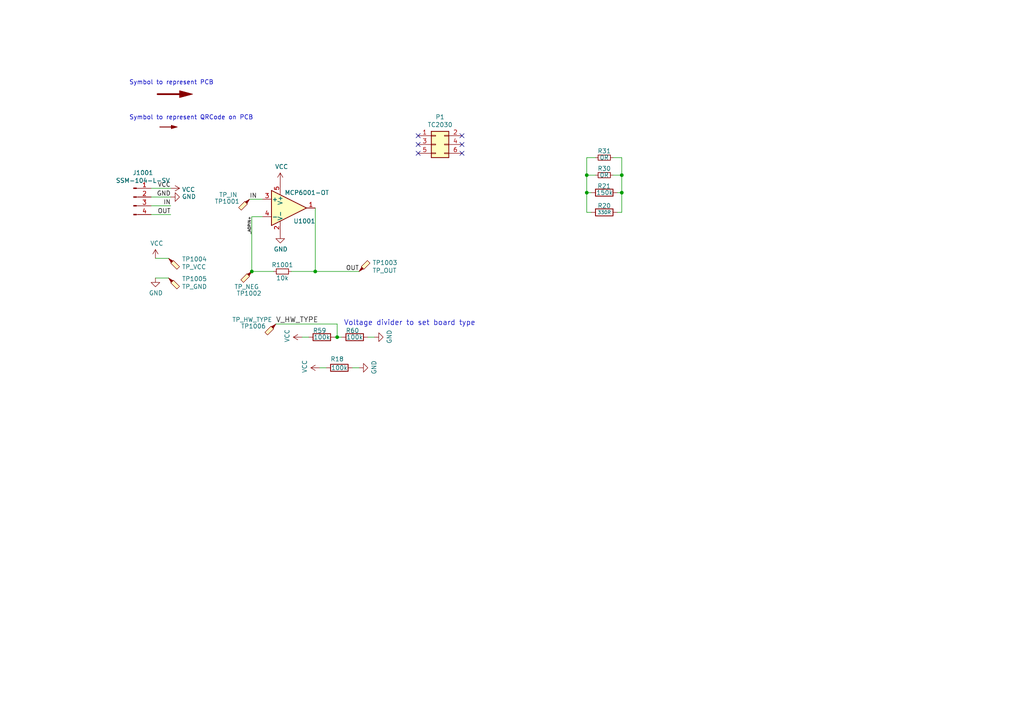
<source format=kicad_sch>
(kicad_sch (version 20211123) (generator eeschema)

  (uuid 59ea1e8d-64f6-4944-965b-5dc46873fbee)

  (paper "A4")

  (title_block
    (date "2021-12-24")
    (rev "01")
  )

  (lib_symbols
    (symbol "Connector_Generic:Conn_02x03_Odd_Even" (pin_names (offset 1.016) hide) (in_bom yes) (on_board yes)
      (property "Reference" "J" (id 0) (at 1.27 5.08 0)
        (effects (font (size 1.27 1.27)))
      )
      (property "Value" "Conn_02x03_Odd_Even" (id 1) (at 1.27 -5.08 0)
        (effects (font (size 1.27 1.27)))
      )
      (property "Footprint" "" (id 2) (at 0 0 0)
        (effects (font (size 1.27 1.27)) hide)
      )
      (property "Datasheet" "~" (id 3) (at 0 0 0)
        (effects (font (size 1.27 1.27)) hide)
      )
      (property "ki_keywords" "connector" (id 4) (at 0 0 0)
        (effects (font (size 1.27 1.27)) hide)
      )
      (property "ki_description" "Generic connector, double row, 02x03, odd/even pin numbering scheme (row 1 odd numbers, row 2 even numbers), script generated (kicad-library-utils/schlib/autogen/connector/)" (id 5) (at 0 0 0)
        (effects (font (size 1.27 1.27)) hide)
      )
      (property "ki_fp_filters" "Connector*:*_2x??_*" (id 6) (at 0 0 0)
        (effects (font (size 1.27 1.27)) hide)
      )
      (symbol "Conn_02x03_Odd_Even_1_1"
        (rectangle (start -1.27 -2.413) (end 0 -2.667)
          (stroke (width 0.1524) (type default) (color 0 0 0 0))
          (fill (type none))
        )
        (rectangle (start -1.27 0.127) (end 0 -0.127)
          (stroke (width 0.1524) (type default) (color 0 0 0 0))
          (fill (type none))
        )
        (rectangle (start -1.27 2.667) (end 0 2.413)
          (stroke (width 0.1524) (type default) (color 0 0 0 0))
          (fill (type none))
        )
        (rectangle (start -1.27 3.81) (end 3.81 -3.81)
          (stroke (width 0.254) (type default) (color 0 0 0 0))
          (fill (type background))
        )
        (rectangle (start 3.81 -2.413) (end 2.54 -2.667)
          (stroke (width 0.1524) (type default) (color 0 0 0 0))
          (fill (type none))
        )
        (rectangle (start 3.81 0.127) (end 2.54 -0.127)
          (stroke (width 0.1524) (type default) (color 0 0 0 0))
          (fill (type none))
        )
        (rectangle (start 3.81 2.667) (end 2.54 2.413)
          (stroke (width 0.1524) (type default) (color 0 0 0 0))
          (fill (type none))
        )
        (pin passive line (at -5.08 2.54 0) (length 3.81)
          (name "Pin_1" (effects (font (size 1.27 1.27))))
          (number "1" (effects (font (size 1.27 1.27))))
        )
        (pin passive line (at 7.62 2.54 180) (length 3.81)
          (name "Pin_2" (effects (font (size 1.27 1.27))))
          (number "2" (effects (font (size 1.27 1.27))))
        )
        (pin passive line (at -5.08 0 0) (length 3.81)
          (name "Pin_3" (effects (font (size 1.27 1.27))))
          (number "3" (effects (font (size 1.27 1.27))))
        )
        (pin passive line (at 7.62 0 180) (length 3.81)
          (name "Pin_4" (effects (font (size 1.27 1.27))))
          (number "4" (effects (font (size 1.27 1.27))))
        )
        (pin passive line (at -5.08 -2.54 0) (length 3.81)
          (name "Pin_5" (effects (font (size 1.27 1.27))))
          (number "5" (effects (font (size 1.27 1.27))))
        )
        (pin passive line (at 7.62 -2.54 180) (length 3.81)
          (name "Pin_6" (effects (font (size 1.27 1.27))))
          (number "6" (effects (font (size 1.27 1.27))))
        )
      )
    )
    (symbol "Device:R" (pin_numbers hide) (pin_names (offset 0)) (in_bom yes) (on_board yes)
      (property "Reference" "R" (id 0) (at 2.032 0 90)
        (effects (font (size 1.27 1.27)))
      )
      (property "Value" "R" (id 1) (at 0 0 90)
        (effects (font (size 1.27 1.27)))
      )
      (property "Footprint" "" (id 2) (at -1.778 0 90)
        (effects (font (size 1.27 1.27)) hide)
      )
      (property "Datasheet" "~" (id 3) (at 0 0 0)
        (effects (font (size 1.27 1.27)) hide)
      )
      (property "ki_keywords" "R res resistor" (id 4) (at 0 0 0)
        (effects (font (size 1.27 1.27)) hide)
      )
      (property "ki_description" "Resistor" (id 5) (at 0 0 0)
        (effects (font (size 1.27 1.27)) hide)
      )
      (property "ki_fp_filters" "R_*" (id 6) (at 0 0 0)
        (effects (font (size 1.27 1.27)) hide)
      )
      (symbol "R_0_1"
        (rectangle (start -1.016 -2.54) (end 1.016 2.54)
          (stroke (width 0.254) (type default) (color 0 0 0 0))
          (fill (type none))
        )
      )
      (symbol "R_1_1"
        (pin passive line (at 0 3.81 270) (length 1.27)
          (name "~" (effects (font (size 1.27 1.27))))
          (number "1" (effects (font (size 1.27 1.27))))
        )
        (pin passive line (at 0 -3.81 90) (length 1.27)
          (name "~" (effects (font (size 1.27 1.27))))
          (number "2" (effects (font (size 1.27 1.27))))
        )
      )
    )
    (symbol "Device:R_Small" (pin_numbers hide) (pin_names (offset 0.254) hide) (in_bom yes) (on_board yes)
      (property "Reference" "R" (id 0) (at 0.762 0.508 0)
        (effects (font (size 1.27 1.27)) (justify left))
      )
      (property "Value" "R_Small" (id 1) (at 0.762 -1.016 0)
        (effects (font (size 1.27 1.27)) (justify left))
      )
      (property "Footprint" "" (id 2) (at 0 0 0)
        (effects (font (size 1.27 1.27)) hide)
      )
      (property "Datasheet" "~" (id 3) (at 0 0 0)
        (effects (font (size 1.27 1.27)) hide)
      )
      (property "ki_keywords" "R resistor" (id 4) (at 0 0 0)
        (effects (font (size 1.27 1.27)) hide)
      )
      (property "ki_description" "Resistor, small symbol" (id 5) (at 0 0 0)
        (effects (font (size 1.27 1.27)) hide)
      )
      (property "ki_fp_filters" "R_*" (id 6) (at 0 0 0)
        (effects (font (size 1.27 1.27)) hide)
      )
      (symbol "R_Small_0_1"
        (rectangle (start -0.762 1.778) (end 0.762 -1.778)
          (stroke (width 0.2032) (type default) (color 0 0 0 0))
          (fill (type none))
        )
      )
      (symbol "R_Small_1_1"
        (pin passive line (at 0 2.54 270) (length 0.762)
          (name "~" (effects (font (size 1.27 1.27))))
          (number "1" (effects (font (size 1.27 1.27))))
        )
        (pin passive line (at 0 -2.54 90) (length 0.762)
          (name "~" (effects (font (size 1.27 1.27))))
          (number "2" (effects (font (size 1.27 1.27))))
        )
      )
    )
    (symbol "Graphic:SYM_Arrow_XLarge" (pin_names (offset 1.016)) (in_bom yes) (on_board yes)
      (property "Reference" "#SYM" (id 0) (at 0 2.286 0)
        (effects (font (size 1.27 1.27)) hide)
      )
      (property "Value" "SYM_Arrow_XLarge" (id 1) (at 0 -2.032 0)
        (effects (font (size 1.27 1.27)) hide)
      )
      (property "Footprint" "" (id 2) (at 0 0 0)
        (effects (font (size 1.27 1.27)) hide)
      )
      (property "Datasheet" "~" (id 3) (at 0 0 0)
        (effects (font (size 1.27 1.27)) hide)
      )
      (property "ki_keywords" "symbol arrow" (id 4) (at 0 0 0)
        (effects (font (size 1.27 1.27)) hide)
      )
      (property "ki_description" "Filled arrow, 400mil" (id 5) (at 0 0 0)
        (effects (font (size 1.27 1.27)) hide)
      )
      (symbol "SYM_Arrow_XLarge_0_1"
        (polyline
          (pts
            (xy 2.54 0)
            (xy -5.08 0)
          )
          (stroke (width 0.508) (type default) (color 0 0 0 0))
          (fill (type none))
        )
        (polyline
          (pts
            (xy 5.08 0)
            (xy 1.27 -1.016)
            (xy 1.27 1.016)
            (xy 5.08 0)
          )
          (stroke (width 0) (type default) (color 0 0 0 0))
          (fill (type outline))
        )
      )
    )
    (symbol "power:GND" (power) (pin_names (offset 0)) (in_bom yes) (on_board yes)
      (property "Reference" "#PWR" (id 0) (at 0 -6.35 0)
        (effects (font (size 1.27 1.27)) hide)
      )
      (property "Value" "GND" (id 1) (at 0 -3.81 0)
        (effects (font (size 1.27 1.27)))
      )
      (property "Footprint" "" (id 2) (at 0 0 0)
        (effects (font (size 1.27 1.27)) hide)
      )
      (property "Datasheet" "" (id 3) (at 0 0 0)
        (effects (font (size 1.27 1.27)) hide)
      )
      (property "ki_keywords" "global power" (id 4) (at 0 0 0)
        (effects (font (size 1.27 1.27)) hide)
      )
      (property "ki_description" "Power symbol creates a global label with name \"GND\" , ground" (id 5) (at 0 0 0)
        (effects (font (size 1.27 1.27)) hide)
      )
      (symbol "GND_0_1"
        (polyline
          (pts
            (xy 0 0)
            (xy 0 -1.27)
            (xy 1.27 -1.27)
            (xy 0 -2.54)
            (xy -1.27 -1.27)
            (xy 0 -1.27)
          )
          (stroke (width 0) (type default) (color 0 0 0 0))
          (fill (type none))
        )
      )
      (symbol "GND_1_1"
        (pin power_in line (at 0 0 270) (length 0) hide
          (name "GND" (effects (font (size 1.27 1.27))))
          (number "1" (effects (font (size 1.27 1.27))))
        )
      )
    )
    (symbol "tc6-rescue:Conn_01x04_Male-Connector-tc6-rescue" (pin_names (offset 1.016) hide) (in_bom yes) (on_board yes)
      (property "Reference" "J" (id 0) (at 0 5.08 0)
        (effects (font (size 1.27 1.27)))
      )
      (property "Value" "Conn_01x04_Male-Connector-tc6-rescue" (id 1) (at 0 -7.62 0)
        (effects (font (size 1.27 1.27)))
      )
      (property "Footprint" "" (id 2) (at 0 0 0)
        (effects (font (size 1.27 1.27)) hide)
      )
      (property "Datasheet" "" (id 3) (at 0 0 0)
        (effects (font (size 1.27 1.27)) hide)
      )
      (property "ki_fp_filters" "Connector*:*_1x??_*" (id 4) (at 0 0 0)
        (effects (font (size 1.27 1.27)) hide)
      )
      (symbol "Conn_01x04_Male-Connector-tc6-rescue_1_1"
        (polyline
          (pts
            (xy 1.27 -5.08)
            (xy 0.8636 -5.08)
          )
          (stroke (width 0.1524) (type default) (color 0 0 0 0))
          (fill (type none))
        )
        (polyline
          (pts
            (xy 1.27 -2.54)
            (xy 0.8636 -2.54)
          )
          (stroke (width 0.1524) (type default) (color 0 0 0 0))
          (fill (type none))
        )
        (polyline
          (pts
            (xy 1.27 0)
            (xy 0.8636 0)
          )
          (stroke (width 0.1524) (type default) (color 0 0 0 0))
          (fill (type none))
        )
        (polyline
          (pts
            (xy 1.27 2.54)
            (xy 0.8636 2.54)
          )
          (stroke (width 0.1524) (type default) (color 0 0 0 0))
          (fill (type none))
        )
        (rectangle (start 0.8636 -4.953) (end 0 -5.207)
          (stroke (width 0.1524) (type default) (color 0 0 0 0))
          (fill (type outline))
        )
        (rectangle (start 0.8636 -2.413) (end 0 -2.667)
          (stroke (width 0.1524) (type default) (color 0 0 0 0))
          (fill (type outline))
        )
        (rectangle (start 0.8636 0.127) (end 0 -0.127)
          (stroke (width 0.1524) (type default) (color 0 0 0 0))
          (fill (type outline))
        )
        (rectangle (start 0.8636 2.667) (end 0 2.413)
          (stroke (width 0.1524) (type default) (color 0 0 0 0))
          (fill (type outline))
        )
        (pin passive line (at 5.08 2.54 180) (length 3.81)
          (name "Pin_1" (effects (font (size 1.27 1.27))))
          (number "1" (effects (font (size 1.27 1.27))))
        )
        (pin passive line (at 5.08 0 180) (length 3.81)
          (name "Pin_2" (effects (font (size 1.27 1.27))))
          (number "2" (effects (font (size 1.27 1.27))))
        )
        (pin passive line (at 5.08 -2.54 180) (length 3.81)
          (name "Pin_3" (effects (font (size 1.27 1.27))))
          (number "3" (effects (font (size 1.27 1.27))))
        )
        (pin passive line (at 5.08 -5.08 180) (length 3.81)
          (name "Pin_4" (effects (font (size 1.27 1.27))))
          (number "4" (effects (font (size 1.27 1.27))))
        )
      )
    )
    (symbol "tc6-rescue:GND-power-tc6-rescue" (power) (pin_names (offset 0)) (in_bom yes) (on_board yes)
      (property "Reference" "#PWR" (id 0) (at 0 -6.35 0)
        (effects (font (size 1.27 1.27)) hide)
      )
      (property "Value" "GND-power-tc6-rescue" (id 1) (at 0 -3.81 0)
        (effects (font (size 1.27 1.27)))
      )
      (property "Footprint" "" (id 2) (at 0 0 0)
        (effects (font (size 1.27 1.27)) hide)
      )
      (property "Datasheet" "" (id 3) (at 0 0 0)
        (effects (font (size 1.27 1.27)) hide)
      )
      (symbol "GND-power-tc6-rescue_0_1"
        (polyline
          (pts
            (xy 0 0)
            (xy 0 -1.27)
            (xy 1.27 -1.27)
            (xy 0 -2.54)
            (xy -1.27 -1.27)
            (xy 0 -1.27)
          )
          (stroke (width 0) (type default) (color 0 0 0 0))
          (fill (type none))
        )
      )
      (symbol "GND-power-tc6-rescue_1_1"
        (pin power_in line (at 0 0 270) (length 0) hide
          (name "GND" (effects (font (size 1.27 1.27))))
          (number "1" (effects (font (size 1.27 1.27))))
        )
      )
    )
    (symbol "tc6-rescue:MCP6001-OT-Amplifier_Operational-tc6-rescue" (pin_names (offset 0.127)) (in_bom yes) (on_board yes)
      (property "Reference" "U" (id 0) (at -1.27 6.35 0)
        (effects (font (size 1.27 1.27)) (justify left))
      )
      (property "Value" "MCP6001-OT-Amplifier_Operational-tc6-rescue" (id 1) (at -1.27 3.81 0)
        (effects (font (size 1.27 1.27)) (justify left))
      )
      (property "Footprint" "Package_TO_SOT_SMD:SOT-23-5" (id 2) (at -2.54 -5.08 0)
        (effects (font (size 1.27 1.27)) (justify left) hide)
      )
      (property "Datasheet" "" (id 3) (at 0 5.08 0)
        (effects (font (size 1.27 1.27)) hide)
      )
      (property "ki_fp_filters" "SOT?23*" (id 4) (at 0 0 0)
        (effects (font (size 1.27 1.27)) hide)
      )
      (symbol "MCP6001-OT-Amplifier_Operational-tc6-rescue_0_1"
        (polyline
          (pts
            (xy -5.08 5.08)
            (xy 5.08 0)
            (xy -5.08 -5.08)
            (xy -5.08 5.08)
          )
          (stroke (width 0.254) (type default) (color 0 0 0 0))
          (fill (type background))
        )
        (pin power_in line (at -2.54 -7.62 90) (length 3.81)
          (name "V-" (effects (font (size 1.27 1.27))))
          (number "2" (effects (font (size 1.27 1.27))))
        )
        (pin power_in line (at -2.54 7.62 270) (length 3.81)
          (name "V+" (effects (font (size 1.27 1.27))))
          (number "5" (effects (font (size 1.27 1.27))))
        )
      )
      (symbol "MCP6001-OT-Amplifier_Operational-tc6-rescue_1_1"
        (pin output line (at 7.62 0 180) (length 2.54)
          (name "~" (effects (font (size 1.27 1.27))))
          (number "1" (effects (font (size 1.27 1.27))))
        )
        (pin input line (at -7.62 2.54 0) (length 2.54)
          (name "+" (effects (font (size 1.27 1.27))))
          (number "3" (effects (font (size 1.27 1.27))))
        )
        (pin input line (at -7.62 -2.54 0) (length 2.54)
          (name "-" (effects (font (size 1.27 1.27))))
          (number "4" (effects (font (size 1.27 1.27))))
        )
      )
    )
    (symbol "tc6-rescue:R_Small-Device-tc6-rescue" (pin_numbers hide) (pin_names (offset 0.254) hide) (in_bom yes) (on_board yes)
      (property "Reference" "R" (id 0) (at 0.762 0.508 0)
        (effects (font (size 1.27 1.27)) (justify left))
      )
      (property "Value" "R_Small-Device-tc6-rescue" (id 1) (at 0.762 -1.016 0)
        (effects (font (size 1.27 1.27)) (justify left))
      )
      (property "Footprint" "" (id 2) (at 0 0 0)
        (effects (font (size 1.27 1.27)) hide)
      )
      (property "Datasheet" "" (id 3) (at 0 0 0)
        (effects (font (size 1.27 1.27)) hide)
      )
      (property "ki_fp_filters" "R_*" (id 4) (at 0 0 0)
        (effects (font (size 1.27 1.27)) hide)
      )
      (symbol "R_Small-Device-tc6-rescue_0_1"
        (rectangle (start -0.762 1.778) (end 0.762 -1.778)
          (stroke (width 0.2032) (type default) (color 0 0 0 0))
          (fill (type none))
        )
      )
      (symbol "R_Small-Device-tc6-rescue_1_1"
        (pin passive line (at 0 2.54 270) (length 0.762)
          (name "~" (effects (font (size 1.27 1.27))))
          (number "1" (effects (font (size 1.27 1.27))))
        )
        (pin passive line (at 0 -2.54 90) (length 0.762)
          (name "~" (effects (font (size 1.27 1.27))))
          (number "2" (effects (font (size 1.27 1.27))))
        )
      )
    )
    (symbol "tc6-rescue:SYM_Arrow_Normal-Graphic-tc6-rescue" (pin_names (offset 1.016)) (in_bom yes) (on_board yes)
      (property "Reference" "#SYM" (id 0) (at 0 1.524 0)
        (effects (font (size 1.27 1.27)) hide)
      )
      (property "Value" "SYM_Arrow_Normal-Graphic-tc6-rescue" (id 1) (at 0.254 -1.27 0)
        (effects (font (size 1.27 1.27)) hide)
      )
      (property "Footprint" "" (id 2) (at 0 0 0)
        (effects (font (size 1.27 1.27)) hide)
      )
      (property "Datasheet" "" (id 3) (at 0 0 0)
        (effects (font (size 1.27 1.27)) hide)
      )
      (symbol "SYM_Arrow_Normal-Graphic-tc6-rescue_0_1"
        (polyline
          (pts
            (xy 1.524 0)
            (xy -2.54 0)
          )
          (stroke (width 0.254) (type default) (color 0 0 0 0))
          (fill (type none))
        )
        (polyline
          (pts
            (xy 2.54 0)
            (xy 0.762 -0.508)
            (xy 0.762 0.508)
            (xy 2.54 0)
          )
          (stroke (width 0) (type default) (color 0 0 0 0))
          (fill (type outline))
        )
      )
    )
    (symbol "tc6-rescue:TestPoint_Probe-Connector-tc6-rescue" (pin_numbers hide) (pin_names (offset 0.762) hide) (in_bom yes) (on_board yes)
      (property "Reference" "TP" (id 0) (at 1.651 5.842 0)
        (effects (font (size 1.27 1.27)))
      )
      (property "Value" "TestPoint_Probe-Connector-tc6-rescue" (id 1) (at 1.651 4.064 0)
        (effects (font (size 1.27 1.27)))
      )
      (property "Footprint" "" (id 2) (at 5.08 0 0)
        (effects (font (size 1.27 1.27)) hide)
      )
      (property "Datasheet" "" (id 3) (at 5.08 0 0)
        (effects (font (size 1.27 1.27)) hide)
      )
      (property "ki_fp_filters" "Pin* Test*" (id 4) (at 0 0 0)
        (effects (font (size 1.27 1.27)) hide)
      )
      (symbol "TestPoint_Probe-Connector-tc6-rescue_0_1"
        (polyline
          (pts
            (xy 1.27 0.762)
            (xy 0 0)
            (xy 0.762 1.27)
            (xy 1.27 0.762)
          )
          (stroke (width 0) (type default) (color 0 0 0 0))
          (fill (type outline))
        )
        (polyline
          (pts
            (xy 1.397 0.635)
            (xy 0.635 1.397)
            (xy 2.413 3.175)
            (xy 3.175 2.413)
            (xy 1.397 0.635)
          )
          (stroke (width 0) (type default) (color 0 0 0 0))
          (fill (type background))
        )
      )
      (symbol "TestPoint_Probe-Connector-tc6-rescue_1_1"
        (pin passive line (at 0 0 90) (length 0)
          (name "1" (effects (font (size 1.27 1.27))))
          (number "1" (effects (font (size 1.27 1.27))))
        )
      )
    )
    (symbol "tc6-rescue:VCC-power-tc6-rescue" (power) (pin_names (offset 0)) (in_bom yes) (on_board yes)
      (property "Reference" "#PWR" (id 0) (at 0 -3.81 0)
        (effects (font (size 1.27 1.27)) hide)
      )
      (property "Value" "VCC-power-tc6-rescue" (id 1) (at 0 3.81 0)
        (effects (font (size 1.27 1.27)))
      )
      (property "Footprint" "" (id 2) (at 0 0 0)
        (effects (font (size 1.27 1.27)) hide)
      )
      (property "Datasheet" "" (id 3) (at 0 0 0)
        (effects (font (size 1.27 1.27)) hide)
      )
      (symbol "VCC-power-tc6-rescue_0_1"
        (polyline
          (pts
            (xy -0.762 1.27)
            (xy 0 2.54)
          )
          (stroke (width 0) (type default) (color 0 0 0 0))
          (fill (type none))
        )
        (polyline
          (pts
            (xy 0 0)
            (xy 0 2.54)
          )
          (stroke (width 0) (type default) (color 0 0 0 0))
          (fill (type none))
        )
        (polyline
          (pts
            (xy 0 2.54)
            (xy 0.762 1.27)
          )
          (stroke (width 0) (type default) (color 0 0 0 0))
          (fill (type none))
        )
      )
      (symbol "VCC-power-tc6-rescue_1_1"
        (pin power_in line (at 0 0 90) (length 0) hide
          (name "VCC" (effects (font (size 1.27 1.27))))
          (number "1" (effects (font (size 1.27 1.27))))
        )
      )
    )
  )


  (junction (at 170.18 55.88) (diameter 0) (color 0 0 0 0)
    (uuid 3164f96b-c5e4-412b-b167-cd9f44f6a8e4)
  )
  (junction (at 91.44 78.74) (diameter 0) (color 0 0 0 0)
    (uuid 404aa795-c7c7-435c-95a6-50a2487412ef)
  )
  (junction (at 73.025 78.74) (diameter 0) (color 0 0 0 0)
    (uuid 54820f72-65a1-4287-b68a-601de3046af6)
  )
  (junction (at 180.34 55.88) (diameter 0) (color 0 0 0 0)
    (uuid aabd8238-4c67-45ba-a3d8-6a74039bc6d3)
  )
  (junction (at 170.18 50.8) (diameter 0) (color 0 0 0 0)
    (uuid b56850a8-1eb4-4253-95fb-3247a879930f)
  )
  (junction (at 97.79 97.79) (diameter 0) (color 0 0 0 0)
    (uuid d259ad6d-84c0-4a7f-9756-c46292b3885d)
  )
  (junction (at 180.34 50.8) (diameter 0) (color 0 0 0 0)
    (uuid df3840b4-5a69-4c20-833c-385ac2ec4db4)
  )

  (no_connect (at 121.285 39.37) (uuid 027c6b9e-b1a2-40d5-8c91-d465021bdf1b))
  (no_connect (at 121.285 41.91) (uuid 7b82474e-97fe-471a-a613-de00b01ca578))
  (no_connect (at 133.985 44.45) (uuid b3dcd90c-f5fa-4efd-bedb-f566801723f1))
  (no_connect (at 133.985 39.37) (uuid ce2f3df5-2f4d-4688-9aeb-813bc1756777))
  (no_connect (at 133.985 41.91) (uuid e04432ca-10b1-4a9d-8e98-c855524a8cfe))
  (no_connect (at 121.285 44.45) (uuid fbd9b217-7963-40a6-acae-87205df5ad54))

  (wire (pts (xy 92.71 106.68) (xy 94.615 106.68))
    (stroke (width 0) (type default) (color 0 0 0 0))
    (uuid 009ae342-307a-48df-8494-cc7955eae9d9)
  )
  (wire (pts (xy 170.18 45.72) (xy 172.72 45.72))
    (stroke (width 0) (type default) (color 0 0 0 0))
    (uuid 08bf6829-a8f5-44cf-93bf-c20964f321c8)
  )
  (wire (pts (xy 43.815 57.15) (xy 49.53 57.15))
    (stroke (width 0) (type default) (color 0 0 0 0))
    (uuid 0b011c8e-fdb0-4575-9cbb-d4e46f352bb5)
  )
  (wire (pts (xy 180.34 55.88) (xy 180.34 50.8))
    (stroke (width 0) (type default) (color 0 0 0 0))
    (uuid 20e575df-1745-47f7-bf09-6d6505732694)
  )
  (wire (pts (xy 180.34 61.595) (xy 180.34 55.88))
    (stroke (width 0) (type default) (color 0 0 0 0))
    (uuid 336981b5-a20a-41a4-992e-38d9e77eb35b)
  )
  (wire (pts (xy 180.34 45.72) (xy 177.8 45.72))
    (stroke (width 0) (type default) (color 0 0 0 0))
    (uuid 35565b13-511d-4e3e-b8c6-bfc0bc88d499)
  )
  (wire (pts (xy 170.18 55.88) (xy 170.18 50.8))
    (stroke (width 0) (type default) (color 0 0 0 0))
    (uuid 44b3ed75-6d42-43bc-a59d-35b4f5358d14)
  )
  (wire (pts (xy 73.025 62.865) (xy 73.025 78.74))
    (stroke (width 0) (type default) (color 0 0 0 0))
    (uuid 4513f442-1483-4c9e-9a56-05ec7acda73b)
  )
  (wire (pts (xy 49.53 59.69) (xy 43.815 59.69))
    (stroke (width 0) (type default) (color 0 0 0 0))
    (uuid 47c19e82-110e-40e5-b018-b644e691c18b)
  )
  (wire (pts (xy 172.72 50.8) (xy 170.18 50.8))
    (stroke (width 0) (type default) (color 0 0 0 0))
    (uuid 4c825b8a-3dbb-40d5-be99-6d4197b9e867)
  )
  (wire (pts (xy 72.39 57.785) (xy 76.2 57.785))
    (stroke (width 0) (type default) (color 0 0 0 0))
    (uuid 4d11659f-c1c7-4264-8261-219a49de6267)
  )
  (wire (pts (xy 84.455 78.74) (xy 91.44 78.74))
    (stroke (width 0) (type default) (color 0 0 0 0))
    (uuid 4f30115c-867e-4d01-a155-ea636a6d29db)
  )
  (wire (pts (xy 97.79 97.79) (xy 97.79 93.98))
    (stroke (width 0) (type default) (color 0 0 0 0))
    (uuid 5d5d608b-9982-4708-a5a5-b9c77a00e3ae)
  )
  (wire (pts (xy 179.07 61.595) (xy 180.34 61.595))
    (stroke (width 0) (type default) (color 0 0 0 0))
    (uuid 6308c304-aa80-44c1-90b5-74c40e2b7c24)
  )
  (wire (pts (xy 43.815 62.23) (xy 49.53 62.23))
    (stroke (width 0) (type default) (color 0 0 0 0))
    (uuid 69d149ef-f62b-484b-ab8b-a3d7a7010ebd)
  )
  (wire (pts (xy 177.8 50.8) (xy 180.34 50.8))
    (stroke (width 0) (type default) (color 0 0 0 0))
    (uuid 6a57e177-4055-474e-8a5d-ddced6f071dd)
  )
  (wire (pts (xy 45.085 74.93) (xy 48.895 74.93))
    (stroke (width 0) (type default) (color 0 0 0 0))
    (uuid 7c1309dc-8abd-458a-b89a-0e51612ae593)
  )
  (wire (pts (xy 170.18 50.8) (xy 170.18 45.72))
    (stroke (width 0) (type default) (color 0 0 0 0))
    (uuid 7e16bb79-df36-4b36-b95f-a19ff795e33b)
  )
  (wire (pts (xy 49.53 54.61) (xy 43.815 54.61))
    (stroke (width 0) (type default) (color 0 0 0 0))
    (uuid 829d604a-8b29-4d17-9b99-858fc407e388)
  )
  (wire (pts (xy 108.585 97.79) (xy 106.68 97.79))
    (stroke (width 0) (type default) (color 0 0 0 0))
    (uuid 82bef944-2730-4fef-84b5-f74e04112d19)
  )
  (wire (pts (xy 91.44 78.74) (xy 104.14 78.74))
    (stroke (width 0) (type default) (color 0 0 0 0))
    (uuid 8661777a-a8c2-4968-be45-08db2e18a281)
  )
  (wire (pts (xy 97.79 97.79) (xy 99.06 97.79))
    (stroke (width 0) (type default) (color 0 0 0 0))
    (uuid 8766026b-f9c1-4849-a660-d6f9ed80a5d1)
  )
  (wire (pts (xy 87.63 97.79) (xy 89.535 97.79))
    (stroke (width 0) (type default) (color 0 0 0 0))
    (uuid 9662328a-5f2f-4618-bc68-4856d406ce26)
  )
  (wire (pts (xy 91.44 78.74) (xy 91.44 60.325))
    (stroke (width 0) (type default) (color 0 0 0 0))
    (uuid 9d169c95-7d8c-4dd8-83bc-caaf012f81bc)
  )
  (wire (pts (xy 179.07 55.88) (xy 180.34 55.88))
    (stroke (width 0) (type default) (color 0 0 0 0))
    (uuid a8d0c978-9617-4296-a97a-a5443318b9fd)
  )
  (wire (pts (xy 171.45 61.595) (xy 170.18 61.595))
    (stroke (width 0) (type default) (color 0 0 0 0))
    (uuid b3c8d826-63cb-4a28-8384-c61980dd4411)
  )
  (wire (pts (xy 45.085 80.645) (xy 48.895 80.645))
    (stroke (width 0) (type default) (color 0 0 0 0))
    (uuid b531885f-f8ee-4a6b-ab31-64c09cbbb136)
  )
  (wire (pts (xy 170.18 61.595) (xy 170.18 55.88))
    (stroke (width 0) (type default) (color 0 0 0 0))
    (uuid c50d4ddd-a12b-4a0c-96ea-38a23ecd763f)
  )
  (wire (pts (xy 102.235 106.68) (xy 104.14 106.68))
    (stroke (width 0) (type default) (color 0 0 0 0))
    (uuid d66783c8-c093-4e25-a81f-e01351a86281)
  )
  (wire (pts (xy 180.34 50.8) (xy 180.34 45.72))
    (stroke (width 0) (type default) (color 0 0 0 0))
    (uuid d945903e-2a43-4524-ac06-eae540f91319)
  )
  (wire (pts (xy 76.2 62.865) (xy 73.025 62.865))
    (stroke (width 0) (type default) (color 0 0 0 0))
    (uuid ea3bffb3-8131-4368-a0b9-0e9e73aedda4)
  )
  (wire (pts (xy 80.01 93.98) (xy 97.79 93.98))
    (stroke (width 0) (type default) (color 0 0 0 0))
    (uuid f43ddfa9-7226-4916-8f7c-f83352ae3a9f)
  )
  (wire (pts (xy 73.025 78.74) (xy 79.375 78.74))
    (stroke (width 0) (type default) (color 0 0 0 0))
    (uuid f965d2a2-6616-4ece-aff2-bef457aff7b9)
  )
  (wire (pts (xy 97.155 97.79) (xy 97.79 97.79))
    (stroke (width 0) (type default) (color 0 0 0 0))
    (uuid fb345e8a-2604-491c-9abd-6a51ff09a1e5)
  )
  (wire (pts (xy 171.45 55.88) (xy 170.18 55.88))
    (stroke (width 0) (type default) (color 0 0 0 0))
    (uuid fdfdde6b-8d77-473b-bba5-a6ad0f66f075)
  )

  (text "Symbol to represent PCB" (at 37.465 24.765 0)
    (effects (font (size 1.27 1.27)) (justify left bottom))
    (uuid 033fa6c3-8cfa-4e60-94dc-c8a1a22a29cf)
  )
  (text "Symbol to represent QRCode on PCB" (at 37.465 34.925 0)
    (effects (font (size 1.27 1.27)) (justify left bottom))
    (uuid 223879c9-8be8-4384-844f-8b962639dc97)
  )
  (text "Voltage divider to set board type" (at 99.695 94.615 0)
    (effects (font (size 1.4986 1.4986)) (justify left bottom))
    (uuid 295b9eea-e81a-4b5a-871f-57fd00fd170e)
  )

  (label "GND" (at 49.53 57.15 180)
    (effects (font (size 1.27 1.27)) (justify right bottom))
    (uuid 38f15cc5-742a-4021-a8dd-80c5286c56fe)
  )
  (label "OUT" (at 49.53 62.23 180)
    (effects (font (size 1.27 1.27)) (justify right bottom))
    (uuid 5d0ab217-9afa-472f-b747-f4549e25aa80)
  )
  (label "OUT" (at 104.14 78.74 180)
    (effects (font (size 1.27 1.27)) (justify right bottom))
    (uuid 646d2a5d-c4fa-4a86-9758-1e9b54c87aa2)
  )
  (label "V_HW_TYPE" (at 80.01 93.98 0)
    (effects (font (size 1.4986 1.4986)) (justify left bottom))
    (uuid 7a792346-2f42-45e5-b07f-a2d51b0e3bc3)
  )
  (label "IN" (at 49.53 59.69 180)
    (effects (font (size 1.27 1.27)) (justify right bottom))
    (uuid 7d819ac1-41c9-4ab9-b8dd-9f58862c128e)
  )
  (label "VCC" (at 49.53 54.61 180)
    (effects (font (size 1.27 1.27)) (justify right bottom))
    (uuid 8e079719-e317-49fc-82c8-5829c2b936e7)
  )
  (label "IN" (at 72.39 57.785 0)
    (effects (font (size 1.27 1.27)) (justify left bottom))
    (uuid acebc218-25cc-40a9-8055-dd250a81355a)
  )
  (label "_AOPIN+" (at 73.025 67.945 90)
    (effects (font (size 0.7874 0.7874)) (justify left bottom))
    (uuid d080e616-e04c-4f66-bf91-285acbab8c03)
  )
  (label "_opa_neg" (at 73.025 62.865 0)
    (effects (font (size 0 0)) (justify left bottom))
    (uuid dfbfb98f-f564-4568-bd40-241c106aef6f)
  )

  (symbol (lib_id "Device:R") (at 93.345 97.79 270) (unit 1)
    (in_bom yes) (on_board yes)
    (uuid 00000000-0000-0000-0000-00005d659c9e)
    (property "Reference" "R59" (id 0) (at 92.71 95.885 90))
    (property "Value" "100k" (id 1) (at 93.345 97.79 90))
    (property "Footprint" "Resistor_SMD:R_0603_1608Metric" (id 2) (at 93.345 97.79 0)
      (effects (font (size 1.27 1.27)) hide)
    )
    (property "Datasheet" "" (id 3) (at 93.345 97.79 0)
      (effects (font (size 1.27 1.27)) hide)
    )
    (property "S1MN" "Vishay" (id 4) (at -73.66 -259.08 0)
      (effects (font (size 1.27 1.27)) hide)
    )
    (property "S1PN" "CRCW0603100KFKEA" (id 5) (at -73.66 -259.08 0)
      (effects (font (size 1.27 1.27)) hide)
    )
    (property "desc" "R0603 100k" (id 6) (at -73.66 -259.08 0)
      (effects (font (size 1.27 1.27)) hide)
    )
    (property "manf" "Vishay" (id 7) (at -73.66 -259.08 0)
      (effects (font (size 1.27 1.27)) hide)
    )
    (property "manf#" "CRCW0603100KFKEAHP" (id 8) (at -73.66 -259.08 0)
      (effects (font (size 1.27 1.27)) hide)
    )
    (property "comment" "Voltage divider sets board type." (id 9) (at 93.345 97.79 0)
      (effects (font (size 1.27 1.27)) hide)
    )
    (property "kicost.board_type_star:manf" "Vishay" (id 10) (at 93.345 97.79 0)
      (effects (font (size 1.27 1.27)) hide)
    )
    (property "kicost.board_type_star:manf#" "CRCW0603100KFKEAHP" (id 11) (at 93.345 97.79 0)
      (effects (font (size 1.27 1.27)) hide)
    )
    (property "kicost.board_type_star:value" "100k" (id 12) (at 93.345 97.79 0)
      (effects (font (size 1.27 1.27)) hide)
    )
    (property "kicost.board_type_star:desc" "R0603 100k" (id 13) (at 93.345 97.79 0)
      (effects (font (size 1.27 1.27)) hide)
    )
    (property "kicost.board_type_star:S1MN" "Vishay" (id 14) (at 93.345 97.79 0)
      (effects (font (size 1.27 1.27)) hide)
    )
    (property "kicost.board_type_star:S1PN" "CRCW0603100KFKEA" (id 15) (at 93.345 97.79 0)
      (effects (font (size 1.27 1.27)) hide)
    )
    (property "kicost.board_type_cp:manf" "Vishay" (id 16) (at 93.345 97.79 0)
      (effects (font (size 1.27 1.27)) hide)
    )
    (property "kicost.board_type_cp:manf#" "CRCW060339K0FKEAHP" (id 17) (at 93.345 97.79 0)
      (effects (font (size 1.27 1.27)) hide)
    )
    (property "kicost.board_type_cp:value" "39k" (id 18) (at 93.345 97.79 0)
      (effects (font (size 1.27 1.27)) hide)
    )
    (property "kicost.board_type_cp:desc" "R0603 39k" (id 19) (at 93.345 97.79 0)
      (effects (font (size 1.27 1.27)) hide)
    )
    (property "kicost.board_type_cp:S1MN" "Vishay" (id 20) (at 93.345 97.79 0)
      (effects (font (size 1.27 1.27)) hide)
    )
    (property "kicost.board_type_tp:manf" "Vishay" (id 21) (at 93.345 97.79 0)
      (effects (font (size 1.27 1.27)) hide)
    )
    (property "kicost.board_type_tp:manf#" "CRCW060310K0FKEA" (id 22) (at 93.345 97.79 0)
      (effects (font (size 1.27 1.27)) hide)
    )
    (property "kicost.board_type_tp:value" "10k" (id 23) (at 93.345 97.79 0)
      (effects (font (size 1.27 1.27)) hide)
    )
    (property "kicost.board_type_tp:desc" "R0603 10k" (id 24) (at 93.345 97.79 0)
      (effects (font (size 1.27 1.27)) hide)
    )
    (property "kicost.board_type_tp:S1MN" "Vishay" (id 25) (at 93.345 97.79 0)
      (effects (font (size 1.27 1.27)) hide)
    )
    (property "kicost.board_type_tp:S1PN" "CRCW060310K0FKEAHP" (id 26) (at 93.345 97.79 0)
      (effects (font (size 1.27 1.27)) hide)
    )
    (property "kicost.board_type_pe:manf" "Vishay" (id 27) (at 93.345 97.79 0)
      (effects (font (size 1.27 1.27)) hide)
    )
    (property "kicost.board_type_pe:manf#" "CRCW060310K0FKEA" (id 28) (at 93.345 97.79 0)
      (effects (font (size 1.27 1.27)) hide)
    )
    (property "kicost.board_type_pe:value" "10k" (id 29) (at 93.345 97.79 0)
      (effects (font (size 1.27 1.27)) hide)
    )
    (property "kicost.board_type_pe:desc" "R0603 10k" (id 30) (at 93.345 97.79 0)
      (effects (font (size 1.27 1.27)) hide)
    )
    (property "kicost.board_type_pe:S1MN" "Vishay" (id 31) (at 93.345 97.79 0)
      (effects (font (size 1.27 1.27)) hide)
    )
    (property "kicost.board_type_tp:S1PN" "CRCW060310K0FKEAHP" (id 32) (at 93.345 97.79 0)
      (effects (font (size 1.27 1.27)) hide)
    )
    (pin "1" (uuid 24693d2d-31bb-4988-a1e9-3cd1a7cc83db))
    (pin "2" (uuid e21f8bec-0492-4b40-b3a1-0e711839e325))
  )

  (symbol (lib_id "Device:R") (at 102.87 97.79 270) (unit 1)
    (in_bom yes) (on_board yes)
    (uuid 00000000-0000-0000-0000-00005d72370c)
    (property "Reference" "R60" (id 0) (at 102.235 95.885 90))
    (property "Value" "100k" (id 1) (at 102.87 97.79 90))
    (property "Footprint" "Resistor_SMD:R_0603_1608Metric" (id 2) (at 102.87 97.79 0)
      (effects (font (size 1.27 1.27)) hide)
    )
    (property "Datasheet" "" (id 3) (at 102.87 97.79 0)
      (effects (font (size 1.27 1.27)) hide)
    )
    (property "S1MN" "Vishay" (id 4) (at -64.135 -259.08 0)
      (effects (font (size 1.27 1.27)) hide)
    )
    (property "S1PN" "CRCW0603100KFKEA" (id 5) (at -64.135 -259.08 0)
      (effects (font (size 1.27 1.27)) hide)
    )
    (property "desc" "R0603 100k" (id 6) (at -64.135 -259.08 0)
      (effects (font (size 1.27 1.27)) hide)
    )
    (property "manf" "Vishay" (id 7) (at -64.135 -259.08 0)
      (effects (font (size 1.27 1.27)) hide)
    )
    (property "manf#" "CRCW0603100KFKEAHP" (id 8) (at -64.135 -259.08 0)
      (effects (font (size 1.27 1.27)) hide)
    )
    (property "comment" "Voltage divider sets boards type." (id 9) (at 102.87 97.79 0)
      (effects (font (size 1.27 1.27)) hide)
    )
    (property "kicost.board_type_star:manf" "Vishay" (id 10) (at 102.87 88.265 0)
      (effects (font (size 1.27 1.27)) hide)
    )
    (property "kicost.board_type_star:manf#" "CRCW0603100KFKEAHP" (id 11) (at 102.87 88.265 0)
      (effects (font (size 1.27 1.27)) hide)
    )
    (property "kicost.board_type_star:value" "100k" (id 12) (at 102.87 88.265 0)
      (effects (font (size 1.27 1.27)) hide)
    )
    (property "kicost.board_type_star:desc" "R0603 100k" (id 13) (at 102.87 88.265 0)
      (effects (font (size 1.27 1.27)) hide)
    )
    (property "kicost.board_type_star:S1MN" "Vishay" (id 14) (at 102.87 88.265 0)
      (effects (font (size 1.27 1.27)) hide)
    )
    (property "kicost.board_type_star:S1PN" "CRCW0603100KFKEA" (id 15) (at 102.87 88.265 0)
      (effects (font (size 1.27 1.27)) hide)
    )
    (property "kicost.board_type_cp:manf" "Vishay" (id 16) (at 102.87 88.265 0)
      (effects (font (size 1.27 1.27)) hide)
    )
    (property "kicost.board_type_cp:manf#" "CRCW060310K0FKEA" (id 17) (at 102.87 88.265 0)
      (effects (font (size 1.27 1.27)) hide)
    )
    (property "kicost.board_type_cp:value" "10k" (id 18) (at 102.87 88.265 0)
      (effects (font (size 1.27 1.27)) hide)
    )
    (property "kicost.board_type_cp:desc" "R0603 10k" (id 19) (at 102.87 88.265 0)
      (effects (font (size 1.27 1.27)) hide)
    )
    (property "kicost.board_type_cp:S1MN" "Vishay" (id 20) (at 102.87 88.265 0)
      (effects (font (size 1.27 1.27)) hide)
    )
    (property "kicost.board_type_cp:S1PN" "CRCW060310K0FKEAHP" (id 21) (at 102.87 88.265 0)
      (effects (font (size 1.27 1.27)) hide)
    )
    (property "kicost.board_type_tp:manf" "Vishay" (id 22) (at 102.87 88.265 0)
      (effects (font (size 1.27 1.27)) hide)
    )
    (property "kicost.board_type_tp:manf#" "CRCW060339K0FKEAHP" (id 23) (at 102.87 88.265 0)
      (effects (font (size 1.27 1.27)) hide)
    )
    (property "kicost.board_type_tp:value" "39k" (id 24) (at 102.87 88.265 0)
      (effects (font (size 1.27 1.27)) hide)
    )
    (property "kicost.board_type_tp:desc" "R0603 39k" (id 25) (at 102.87 88.265 0)
      (effects (font (size 1.27 1.27)) hide)
    )
    (property "kicost.board_type_tp:S1MN" "Vishay" (id 26) (at 102.87 88.265 0)
      (effects (font (size 1.27 1.27)) hide)
    )
    (property "kicost.board_type_tp:S1PN" "CRCW060339K0FKEA" (id 27) (at 102.87 88.265 0)
      (effects (font (size 1.27 1.27)) hide)
    )
    (property "kicost.board_type_pe:manf" "Vishay" (id 28) (at 102.87 88.265 0)
      (effects (font (size 1.27 1.27)) hide)
    )
    (property "kicost.board_type_pe:manf#" "CRCW0603330RFKEAHP" (id 29) (at 102.87 88.265 0)
      (effects (font (size 1.27 1.27)) hide)
    )
    (property "kicost.board_type_pe:value" "330R" (id 30) (at 102.87 88.265 0)
      (effects (font (size 1.27 1.27)) hide)
    )
    (property "kicost.board_type_pe:desc" "R0603 330R" (id 31) (at 102.87 88.265 0)
      (effects (font (size 1.27 1.27)) hide)
    )
    (property "kicost.board_type_pe:S1MN" "Vishay" (id 32) (at 102.87 88.265 0)
      (effects (font (size 1.27 1.27)) hide)
    )
    (property "kicost.board_type_pe:S1PN" "CRCW0603330RFKEA" (id 33) (at 102.87 88.265 0)
      (effects (font (size 1.27 1.27)) hide)
    )
    (pin "1" (uuid e7693e8f-d625-4a7b-8443-1a59ba89ebf0))
    (pin "2" (uuid 09cb9c94-949e-4cf4-b494-e04ecc185812))
  )

  (symbol (lib_id "power:GND") (at 108.585 97.79 90) (unit 1)
    (in_bom yes) (on_board yes)
    (uuid 00000000-0000-0000-0000-00005d723e5a)
    (property "Reference" "#PWR0133" (id 0) (at 114.935 97.79 0)
      (effects (font (size 1.27 1.27)) hide)
    )
    (property "Value" "GND" (id 1) (at 112.9284 97.663 0))
    (property "Footprint" "" (id 2) (at 108.585 97.79 0)
      (effects (font (size 1.27 1.27)) hide)
    )
    (property "Datasheet" "" (id 3) (at 108.585 97.79 0)
      (effects (font (size 1.27 1.27)) hide)
    )
    (pin "1" (uuid c60c46a1-679c-4a0b-9a47-c943f1a2beb0))
  )

  (symbol (lib_id "Device:R") (at 175.26 55.88 90) (unit 1)
    (in_bom yes) (on_board yes)
    (uuid 00000000-0000-0000-0000-00005dc661d7)
    (property "Reference" "R21" (id 0) (at 177.165 53.975 90)
      (effects (font (size 1.27 1.27)) (justify left))
    )
    (property "Value" "150k" (id 1) (at 177.8 55.88 90)
      (effects (font (size 1.27 1.27)) (justify left))
    )
    (property "Footprint" "Resistor_SMD:R_0805_2012Metric" (id 2) (at 175.26 57.658 90)
      (effects (font (size 1.27 1.27)) hide)
    )
    (property "Datasheet" "~" (id 3) (at 175.26 55.88 0)
      (effects (font (size 1.27 1.27)) hide)
    )
    (property "manf" "Vishay" (id 4) (at 175.26 55.88 0)
      (effects (font (size 1.27 1.27)) hide)
    )
    (property "manf#" "CRCW0603150KFKEA" (id 5) (at 175.26 55.88 0)
      (effects (font (size 1.27 1.27)) hide)
    )
    (property "desc" "RES 150k 0603" (id 6) (at 175.26 55.88 0)
      (effects (font (size 1.27 1.27)) hide)
    )
    (pin "1" (uuid 4b289386-7e8d-4b33-9cd8-f38f10a4fe52))
    (pin "2" (uuid 902ad031-78df-4568-b1e4-f5f7b76616bc))
  )

  (symbol (lib_id "Device:R_Small") (at 175.26 50.8 90) (unit 1)
    (in_bom yes) (on_board yes)
    (uuid 00000000-0000-0000-0000-00005e781fb6)
    (property "Reference" "R30" (id 0) (at 175.26 48.895 90))
    (property "Value" "0R" (id 1) (at 175.26 50.8 90))
    (property "Footprint" "Resistor_SMD:R_0805_2012Metric" (id 2) (at 175.26 50.8 0)
      (effects (font (size 1.27 1.27)) hide)
    )
    (property "Datasheet" "~" (id 3) (at 175.26 50.8 0)
      (effects (font (size 1.27 1.27)) hide)
    )
    (property "manf" "Vishay" (id 4) (at 175.26 50.8 0)
      (effects (font (size 1.27 1.27)) hide)
    )
    (property "manf#" "CRCW04020000Z0EDC" (id 5) (at 175.26 50.8 0)
      (effects (font (size 1.27 1.27)) hide)
    )
    (property "desc" "RES 0R 0603" (id 6) (at 175.26 50.8 0)
      (effects (font (size 1.27 1.27)) hide)
    )
    (property "variant" "connextscl_5v" (id 7) (at 175.26 50.8 0)
      (effects (font (size 1.27 1.27)) hide)
    )
    (pin "1" (uuid e8e7e436-b060-4fbf-9cdf-1a883422e3c3))
    (pin "2" (uuid 1c99500c-9f2d-46cc-ab24-1fbb29d70f50))
  )

  (symbol (lib_id "Device:R_Small") (at 175.26 45.72 90) (unit 1)
    (in_bom yes) (on_board yes)
    (uuid 00000000-0000-0000-0000-00005e781fc4)
    (property "Reference" "R31" (id 0) (at 175.26 43.815 90))
    (property "Value" "0R" (id 1) (at 175.26 45.72 90))
    (property "Footprint" "Resistor_SMD:R_0805_2012Metric" (id 2) (at 175.26 45.72 0)
      (effects (font (size 1.27 1.27)) hide)
    )
    (property "Datasheet" "~" (id 3) (at 175.26 45.72 0)
      (effects (font (size 1.27 1.27)) hide)
    )
    (property "manf" "Vishay" (id 4) (at 175.26 45.72 0)
      (effects (font (size 1.27 1.27)) hide)
    )
    (property "manf#" "CRCW04020000Z0EDC" (id 5) (at 175.26 45.72 0)
      (effects (font (size 1.27 1.27)) hide)
    )
    (property "desc" "RES 0R 0603" (id 6) (at 175.26 45.72 0)
      (effects (font (size 1.27 1.27)) hide)
    )
    (property "variant" "connextscl_3v3" (id 7) (at 175.26 45.72 0)
      (effects (font (size 1.27 1.27)) hide)
    )
    (pin "1" (uuid e8042bb8-d23f-4d00-a8a8-92ac82e319c4))
    (pin "2" (uuid f24c5ead-c325-4270-9563-ba039b57e068))
  )

  (symbol (lib_id "Device:R") (at 175.26 61.595 90) (unit 1)
    (in_bom yes) (on_board yes)
    (uuid 00000000-0000-0000-0000-00005f34c2ce)
    (property "Reference" "R20" (id 0) (at 175.26 59.69 90))
    (property "Value" "330R" (id 1) (at 175.26 61.595 90)
      (effects (font (size 0.9906 0.9906)))
    )
    (property "Footprint" "Resistor_SMD:R_0805_2012Metric" (id 2) (at 175.26 61.595 0)
      (effects (font (size 1.27 1.27)) hide)
    )
    (property "Datasheet" "~" (id 3) (at 175.26 61.595 0)
      (effects (font (size 1.27 1.27)) hide)
    )
    (property "manf" "Vishay" (id 4) (at 175.26 61.595 0)
      (effects (font (size 1.27 1.27)) hide)
    )
    (property "manf#" "CRCW0603330RFKEAC" (id 5) (at 175.26 61.595 0)
      (effects (font (size 1.27 1.27)) hide)
    )
    (property "variant" "esp32" (id 6) (at 175.26 61.595 0)
      (effects (font (size 1.27 1.27)) hide)
    )
    (pin "1" (uuid a721d3f8-cf66-459a-933c-5ca1699064d0))
    (pin "2" (uuid cb779e55-7313-40bf-aeef-e8a18ed10bb5))
  )

  (symbol (lib_id "tc6-rescue:SYM_Arrow_Normal-Graphic-tc6-rescue") (at 48.895 36.83 0) (unit 1)
    (in_bom yes) (on_board yes)
    (uuid 00000000-0000-0000-0000-000061c5d077)
    (property "Reference" "QR1" (id 0) (at 48.895 35.306 0)
      (effects (font (size 1.27 1.27)) hide)
    )
    (property "Value" "Product QR Code" (id 1) (at 49.149 38.1 0)
      (effects (font (size 1.27 1.27)) hide)
    )
    (property "Footprint" "tc6:TC5" (id 2) (at 48.895 36.83 0)
      (effects (font (size 1.27 1.27)) hide)
    )
    (property "Datasheet" "~" (id 3) (at 48.895 36.83 0)
      (effects (font (size 1.27 1.27)) hide)
    )
    (property "manf" "virtual" (id 4) (at 48.895 36.83 0)
      (effects (font (size 1.27 1.27)) hide)
    )
    (property "manf#" "virtual" (id 5) (at 48.895 36.83 0)
      (effects (font (size 1.27 1.27)) hide)
    )
  )

  (symbol (lib_id "tc6-rescue:MCP6001-OT-Amplifier_Operational-tc6-rescue") (at 83.82 60.325 0) (unit 1)
    (in_bom yes) (on_board yes)
    (uuid 00000000-0000-0000-0000-000061c5dbdb)
    (property "Reference" "U1001" (id 0) (at 85.09 64.135 0)
      (effects (font (size 1.27 1.27)) (justify left))
    )
    (property "Value" "MCP6001-OT" (id 1) (at 82.55 55.88 0)
      (effects (font (size 1.27 1.27)) (justify left))
    )
    (property "Footprint" "Package_TO_SOT_SMD:SOT-23-5" (id 2) (at 81.28 65.405 0)
      (effects (font (size 1.27 1.27)) (justify left) hide)
    )
    (property "Datasheet" "http://ww1.microchip.com/downloads/en/DeviceDoc/21733j.pdf" (id 3) (at 83.82 55.245 0)
      (effects (font (size 1.27 1.27)) hide)
    )
    (property "manf" "Microchip" (id 4) (at 83.82 60.325 0)
      (effects (font (size 1.27 1.27)) hide)
    )
    (property "manf#" "MCP6001-OT" (id 5) (at 83.82 60.325 0)
      (effects (font (size 1.27 1.27)) hide)
    )
    (property "variant" "opamp" (id 6) (at 83.82 60.325 0)
      (effects (font (size 1.27 1.27)) hide)
    )
    (pin "2" (uuid 0859ece2-2041-45e9-af3d-b3de56b62cb6))
    (pin "5" (uuid 88f1b865-81fb-4def-9467-bfed1e5bb400))
    (pin "1" (uuid 3e531d28-797d-4949-8f8b-18dedfc17f20))
    (pin "3" (uuid 3c202cd3-e954-4541-b775-434c8cb84f31))
    (pin "4" (uuid aa9a65c8-03ea-49f0-934c-ae0ea5160ab2))
  )

  (symbol (lib_id "tc6-rescue:R_Small-Device-tc6-rescue") (at 81.915 78.74 90) (unit 1)
    (in_bom yes) (on_board yes)
    (uuid 00000000-0000-0000-0000-000061c60726)
    (property "Reference" "R1001" (id 0) (at 81.915 76.835 90))
    (property "Value" "10k" (id 1) (at 81.915 80.645 90))
    (property "Footprint" "Resistor_SMD:R_0805_2012Metric" (id 2) (at 81.915 78.74 0)
      (effects (font (size 1.27 1.27)) hide)
    )
    (property "Datasheet" "~" (id 3) (at 81.915 78.74 0)
      (effects (font (size 1.27 1.27)) hide)
    )
    (property "manf" "Dummy" (id 4) (at 81.915 78.74 0)
      (effects (font (size 1.27 1.27)) hide)
    )
    (property "manf#" "10k" (id 5) (at 81.915 78.74 0)
      (effects (font (size 1.27 1.27)) hide)
    )
    (property "variant" "opamp" (id 6) (at 81.915 78.74 0)
      (effects (font (size 1.27 1.27)) hide)
    )
    (pin "1" (uuid d185644f-8b26-4978-aeb7-a574a618dcaa))
    (pin "2" (uuid 25ea04c6-3956-4948-a15c-521f434c6969))
  )

  (symbol (lib_id "tc6-rescue:Conn_01x04_Male-Connector-tc6-rescue") (at 38.735 57.15 0) (unit 1)
    (in_bom yes) (on_board yes)
    (uuid 00000000-0000-0000-0000-000061c635dd)
    (property "Reference" "J1001" (id 0) (at 41.4528 50.1142 0))
    (property "Value" "SSM-104-L-SV" (id 1) (at 41.4528 52.3748 0))
    (property "Footprint" "Connector_PinSocket_2.54mm:PinSocket_1x04_P2.54mm_Vertical_SMD_Pin1Left" (id 2) (at 38.735 57.15 0)
      (effects (font (size 1.27 1.27)) hide)
    )
    (property "Datasheet" "~" (id 3) (at 38.735 57.15 0)
      (effects (font (size 1.27 1.27)) hide)
    )
    (property "manf" "Samtec" (id 4) (at 38.735 57.15 0)
      (effects (font (size 1.27 1.27)) hide)
    )
    (property "manf#" "SSM-104-L-SV" (id 5) (at 38.735 57.15 0)
      (effects (font (size 1.27 1.27)) hide)
    )
    (property "variant" "header" (id 6) (at 38.735 57.15 0)
      (effects (font (size 1.27 1.27)) hide)
    )
    (pin "1" (uuid d5f18a1b-414c-45fd-a6d6-ac4d41b643c6))
    (pin "2" (uuid 343f2b40-6322-448b-8509-d73fbd6c51c2))
    (pin "3" (uuid caab4e02-11af-478a-af40-f4197bf83f15))
    (pin "4" (uuid 88c9cae1-c939-4b49-b2da-2942601e0e06))
  )

  (symbol (lib_id "tc6-rescue:VCC-power-tc6-rescue") (at 49.53 54.61 270) (unit 1)
    (in_bom yes) (on_board yes)
    (uuid 00000000-0000-0000-0000-000061c66b30)
    (property "Reference" "#PWR0101" (id 0) (at 45.72 54.61 0)
      (effects (font (size 1.27 1.27)) hide)
    )
    (property "Value" "VCC" (id 1) (at 52.7558 54.991 90)
      (effects (font (size 1.27 1.27)) (justify left))
    )
    (property "Footprint" "" (id 2) (at 49.53 54.61 0)
      (effects (font (size 1.27 1.27)) hide)
    )
    (property "Datasheet" "" (id 3) (at 49.53 54.61 0)
      (effects (font (size 1.27 1.27)) hide)
    )
    (pin "1" (uuid dcb541f6-8b0f-4023-9241-d0bdda923ccd))
  )

  (symbol (lib_id "tc6-rescue:GND-power-tc6-rescue") (at 49.53 57.15 90) (unit 1)
    (in_bom yes) (on_board yes)
    (uuid 00000000-0000-0000-0000-000061c67a4f)
    (property "Reference" "#PWR0102" (id 0) (at 55.88 57.15 0)
      (effects (font (size 1.27 1.27)) hide)
    )
    (property "Value" "GND" (id 1) (at 52.7558 57.023 90)
      (effects (font (size 1.27 1.27)) (justify right))
    )
    (property "Footprint" "" (id 2) (at 49.53 57.15 0)
      (effects (font (size 1.27 1.27)) hide)
    )
    (property "Datasheet" "" (id 3) (at 49.53 57.15 0)
      (effects (font (size 1.27 1.27)) hide)
    )
    (pin "1" (uuid 206d2ba4-2cc1-4c1f-961a-a1f95d5be607))
  )

  (symbol (lib_id "tc6-rescue:VCC-power-tc6-rescue") (at 81.28 52.705 0) (unit 1)
    (in_bom yes) (on_board yes)
    (uuid 00000000-0000-0000-0000-000061c686e2)
    (property "Reference" "#PWR0103" (id 0) (at 81.28 56.515 0)
      (effects (font (size 1.27 1.27)) hide)
    )
    (property "Value" "VCC" (id 1) (at 81.661 48.3616 0))
    (property "Footprint" "" (id 2) (at 81.28 52.705 0)
      (effects (font (size 1.27 1.27)) hide)
    )
    (property "Datasheet" "" (id 3) (at 81.28 52.705 0)
      (effects (font (size 1.27 1.27)) hide)
    )
    (pin "1" (uuid e47fb76f-b4a2-4eeb-a785-7acda4acaeed))
  )

  (symbol (lib_id "tc6-rescue:GND-power-tc6-rescue") (at 81.28 67.945 0) (unit 1)
    (in_bom yes) (on_board yes)
    (uuid 00000000-0000-0000-0000-000061c68e55)
    (property "Reference" "#PWR0104" (id 0) (at 81.28 74.295 0)
      (effects (font (size 1.27 1.27)) hide)
    )
    (property "Value" "GND" (id 1) (at 81.407 72.2884 0))
    (property "Footprint" "" (id 2) (at 81.28 67.945 0)
      (effects (font (size 1.27 1.27)) hide)
    )
    (property "Datasheet" "" (id 3) (at 81.28 67.945 0)
      (effects (font (size 1.27 1.27)) hide)
    )
    (pin "1" (uuid 8972041b-5e19-44c0-bbe5-11b555e1e3cb))
  )

  (symbol (lib_id "tc6-rescue:TestPoint_Probe-Connector-tc6-rescue") (at 104.14 78.74 0) (unit 1)
    (in_bom yes) (on_board yes)
    (uuid 00000000-0000-0000-0000-000061c6d8dc)
    (property "Reference" "TP1003" (id 0) (at 108.0008 76.2 0)
      (effects (font (size 1.27 1.27)) (justify left))
    )
    (property "Value" "TP_OUT" (id 1) (at 108.0008 78.4606 0)
      (effects (font (size 1.27 1.27)) (justify left))
    )
    (property "Footprint" "TestPoint:TestPoint_Pad_D1.5mm" (id 2) (at 109.22 78.74 0)
      (effects (font (size 1.27 1.27)) hide)
    )
    (property "Datasheet" "~" (id 3) (at 109.22 78.74 0)
      (effects (font (size 1.27 1.27)) hide)
    )
    (pin "1" (uuid 91b872e0-2522-4b31-bc82-12e01c78546d))
  )

  (symbol (lib_id "tc6-rescue:TestPoint_Probe-Connector-tc6-rescue") (at 73.025 78.74 180) (unit 1)
    (in_bom yes) (on_board yes)
    (uuid 00000000-0000-0000-0000-000061c6f0d8)
    (property "Reference" "TP1002" (id 0) (at 68.58 85.09 0)
      (effects (font (size 1.27 1.27)) (justify right))
    )
    (property "Value" "TP_NEG" (id 1) (at 67.945 83.185 0)
      (effects (font (size 1.27 1.27)) (justify right))
    )
    (property "Footprint" "TestPoint:TestPoint_Pad_D1.5mm" (id 2) (at 67.945 78.74 0)
      (effects (font (size 1.27 1.27)) hide)
    )
    (property "Datasheet" "~" (id 3) (at 67.945 78.74 0)
      (effects (font (size 1.27 1.27)) hide)
    )
    (pin "1" (uuid 102a93ad-0a7e-47b6-a7c9-0d467a6f933e))
  )

  (symbol (lib_id "tc6-rescue:TestPoint_Probe-Connector-tc6-rescue") (at 72.39 57.785 180) (unit 1)
    (in_bom yes) (on_board yes)
    (uuid 00000000-0000-0000-0000-000061c7065d)
    (property "Reference" "TP1001" (id 0) (at 62.23 58.42 0)
      (effects (font (size 1.27 1.27)) (justify right))
    )
    (property "Value" "TP_IN" (id 1) (at 63.5 56.515 0)
      (effects (font (size 1.27 1.27)) (justify right))
    )
    (property "Footprint" "TestPoint:TestPoint_Pad_D1.5mm" (id 2) (at 67.31 57.785 0)
      (effects (font (size 1.27 1.27)) hide)
    )
    (property "Datasheet" "~" (id 3) (at 67.31 57.785 0)
      (effects (font (size 1.27 1.27)) hide)
    )
    (pin "1" (uuid e0abb1d2-7219-4ab9-b1c3-bfaa544191c3))
  )

  (symbol (lib_id "tc6-rescue:TestPoint_Probe-Connector-tc6-rescue") (at 48.895 80.645 270) (unit 1)
    (in_bom yes) (on_board yes)
    (uuid 00000000-0000-0000-0000-000061c76041)
    (property "Reference" "TP1005" (id 0) (at 52.7558 80.8736 90)
      (effects (font (size 1.27 1.27)) (justify left))
    )
    (property "Value" "TP_GND" (id 1) (at 52.7558 83.1342 90)
      (effects (font (size 1.27 1.27)) (justify left))
    )
    (property "Footprint" "TestPoint:TestPoint_Pad_D1.5mm" (id 2) (at 48.895 85.725 0)
      (effects (font (size 1.27 1.27)) hide)
    )
    (property "Datasheet" "~" (id 3) (at 48.895 85.725 0)
      (effects (font (size 1.27 1.27)) hide)
    )
    (pin "1" (uuid 4173d3d3-3c73-44dc-b365-d87a43968727))
  )

  (symbol (lib_id "tc6-rescue:TestPoint_Probe-Connector-tc6-rescue") (at 48.895 74.93 270) (unit 1)
    (in_bom yes) (on_board yes)
    (uuid 00000000-0000-0000-0000-000061c77fc1)
    (property "Reference" "TP1004" (id 0) (at 52.7558 75.1586 90)
      (effects (font (size 1.27 1.27)) (justify left))
    )
    (property "Value" "TP_VCC" (id 1) (at 52.7558 77.4192 90)
      (effects (font (size 1.27 1.27)) (justify left))
    )
    (property "Footprint" "TestPoint:TestPoint_Pad_D1.5mm" (id 2) (at 48.895 80.01 0)
      (effects (font (size 1.27 1.27)) hide)
    )
    (property "Datasheet" "~" (id 3) (at 48.895 80.01 0)
      (effects (font (size 1.27 1.27)) hide)
    )
    (pin "1" (uuid 3c4d6b27-6dca-4657-86b3-a36d2fb8fea4))
  )

  (symbol (lib_id "tc6-rescue:GND-power-tc6-rescue") (at 45.085 80.645 0) (unit 1)
    (in_bom yes) (on_board yes)
    (uuid 00000000-0000-0000-0000-000061c784ed)
    (property "Reference" "#PWR0105" (id 0) (at 45.085 86.995 0)
      (effects (font (size 1.27 1.27)) hide)
    )
    (property "Value" "GND" (id 1) (at 45.212 84.9884 0))
    (property "Footprint" "" (id 2) (at 45.085 80.645 0)
      (effects (font (size 1.27 1.27)) hide)
    )
    (property "Datasheet" "" (id 3) (at 45.085 80.645 0)
      (effects (font (size 1.27 1.27)) hide)
    )
    (pin "1" (uuid 78587bb8-e29a-491e-bad5-26692a7aa6ef))
  )

  (symbol (lib_id "tc6-rescue:VCC-power-tc6-rescue") (at 45.085 74.93 0) (unit 1)
    (in_bom yes) (on_board yes)
    (uuid 00000000-0000-0000-0000-000061c78dd6)
    (property "Reference" "#PWR0106" (id 0) (at 45.085 78.74 0)
      (effects (font (size 1.27 1.27)) hide)
    )
    (property "Value" "VCC" (id 1) (at 45.466 70.5866 0))
    (property "Footprint" "" (id 2) (at 45.085 74.93 0)
      (effects (font (size 1.27 1.27)) hide)
    )
    (property "Datasheet" "" (id 3) (at 45.085 74.93 0)
      (effects (font (size 1.27 1.27)) hide)
    )
    (pin "1" (uuid 87ade8b7-7a82-4c6c-b035-f6be81843e95))
  )

  (symbol (lib_id "Graphic:SYM_Arrow_XLarge") (at 50.8 27.305 0) (unit 1)
    (in_bom yes) (on_board yes)
    (uuid 00000000-0000-0000-0000-000062329410)
    (property "Reference" "BRD1" (id 0) (at 50.8 25.019 0)
      (effects (font (size 1.27 1.27)) hide)
    )
    (property "Value" "SYM_Arrow_XLarge" (id 1) (at 50.8 29.337 0)
      (effects (font (size 1.27 1.27)) hide)
    )
    (property "Footprint" "tc6:DemoBoard" (id 2) (at 50.8 27.305 0)
      (effects (font (size 1.27 1.27)) hide)
    )
    (property "Datasheet" "~" (id 3) (at 50.8 27.305 0)
      (effects (font (size 1.27 1.27)) hide)
    )
  )

  (symbol (lib_id "tc6-rescue:VCC-power-tc6-rescue") (at 87.63 97.79 90) (unit 1)
    (in_bom yes) (on_board yes)
    (uuid 00000000-0000-0000-0000-00006242683e)
    (property "Reference" "#PWR0107" (id 0) (at 91.44 97.79 0)
      (effects (font (size 1.27 1.27)) hide)
    )
    (property "Value" "VCC" (id 1) (at 83.2866 97.409 0))
    (property "Footprint" "" (id 2) (at 87.63 97.79 0)
      (effects (font (size 1.27 1.27)) hide)
    )
    (property "Datasheet" "" (id 3) (at 87.63 97.79 0)
      (effects (font (size 1.27 1.27)) hide)
    )
    (pin "1" (uuid 571fcf8a-bdb1-42a6-ba4c-853c710d5509))
  )

  (symbol (lib_id "tc6-rescue:TestPoint_Probe-Connector-tc6-rescue") (at 80.01 93.98 180) (unit 1)
    (in_bom yes) (on_board yes)
    (uuid 00000000-0000-0000-0000-000062428aed)
    (property "Reference" "TP1006" (id 0) (at 69.85 94.615 0)
      (effects (font (size 1.27 1.27)) (justify right))
    )
    (property "Value" "TP_HW_TYPE" (id 1) (at 67.31 92.71 0)
      (effects (font (size 1.27 1.27)) (justify right))
    )
    (property "Footprint" "TestPoint:TestPoint_Pad_D1.5mm" (id 2) (at 74.93 93.98 0)
      (effects (font (size 1.27 1.27)) hide)
    )
    (property "Datasheet" "~" (id 3) (at 74.93 93.98 0)
      (effects (font (size 1.27 1.27)) hide)
    )
    (pin "1" (uuid 677f1f35-1f9b-4265-9406-e04a1cb138cc))
  )

  (symbol (lib_id "Device:R") (at 98.425 106.68 270) (unit 1)
    (in_bom yes) (on_board yes)
    (uuid 00000000-0000-0000-0000-00006242b268)
    (property "Reference" "R18" (id 0) (at 97.79 104.14 90))
    (property "Value" "100k" (id 1) (at 98.425 106.68 90))
    (property "Footprint" "Resistor_SMD:R_0603_1608Metric" (id 2) (at 95.885 260.985 0)
      (effects (font (size 1.27 1.27)) hide)
    )
    (property "Datasheet" "" (id 3) (at 95.885 260.985 0)
      (effects (font (size 1.27 1.27)) hide)
    )
    (property "S1MN" "Vishay" (id 4) (at -28.575 -125.095 0)
      (effects (font (size 1.27 1.27)) hide)
    )
    (property "S1PN" "CRCW0603100KFKEA" (id 5) (at -28.575 -125.095 0)
      (effects (font (size 1.27 1.27)) hide)
    )
    (property "desc" "R0603 100k" (id 6) (at -28.575 -125.095 0)
      (effects (font (size 1.27 1.27)) hide)
    )
    (property "manf" "Vishay" (id 7) (at -28.575 -125.095 0)
      (effects (font (size 1.27 1.27)) hide)
    )
    (property "manf#" "CRCW0603100KFKEAHP" (id 8) (at -28.575 -125.095 0)
      (effects (font (size 1.27 1.27)) hide)
    )
    (property "variant" "inp1" (id 9) (at 95.885 260.985 0)
      (effects (font (size 1.27 1.27)) hide)
    )
    (pin "1" (uuid ed6103b2-a394-4d0b-8bbd-708a153464d2))
    (pin "2" (uuid 2fa83448-dd5a-46a8-9b9f-91dac46ad2ea))
  )

  (symbol (lib_id "tc6-rescue:VCC-power-tc6-rescue") (at 92.71 106.68 90) (unit 1)
    (in_bom yes) (on_board yes)
    (uuid 00000000-0000-0000-0000-00006242c310)
    (property "Reference" "#PWR0108" (id 0) (at 96.52 106.68 0)
      (effects (font (size 1.27 1.27)) hide)
    )
    (property "Value" "VCC" (id 1) (at 88.3666 106.299 0))
    (property "Footprint" "" (id 2) (at 92.71 106.68 0)
      (effects (font (size 1.27 1.27)) hide)
    )
    (property "Datasheet" "" (id 3) (at 92.71 106.68 0)
      (effects (font (size 1.27 1.27)) hide)
    )
    (pin "1" (uuid dd36d3bf-092d-4c69-b9df-f5427b7bd5e5))
  )

  (symbol (lib_id "power:GND") (at 104.14 106.68 90) (unit 1)
    (in_bom yes) (on_board yes)
    (uuid 00000000-0000-0000-0000-00006242c790)
    (property "Reference" "#PWR0109" (id 0) (at 110.49 106.68 0)
      (effects (font (size 1.27 1.27)) hide)
    )
    (property "Value" "GND" (id 1) (at 108.4834 106.553 0))
    (property "Footprint" "" (id 2) (at 104.14 106.68 0)
      (effects (font (size 1.27 1.27)) hide)
    )
    (property "Datasheet" "" (id 3) (at 104.14 106.68 0)
      (effects (font (size 1.27 1.27)) hide)
    )
    (pin "1" (uuid fd0c602a-5f14-46c2-b500-f5a50ec5112f))
  )

  (symbol (lib_id "Connector_Generic:Conn_02x03_Odd_Even") (at 126.365 41.91 0) (unit 1)
    (in_bom yes) (on_board yes)
    (uuid 00000000-0000-0000-0000-000062606e62)
    (property "Reference" "P1" (id 0) (at 127.635 33.9344 0))
    (property "Value" "TC2030" (id 1) (at 127.635 36.195 0))
    (property "Footprint" "tc6:TC2030-MCP-FP" (id 2) (at 126.365 41.91 0)
      (effects (font (size 1.27 1.27)) hide)
    )
    (property "Datasheet" "~" (id 3) (at 126.365 41.91 0)
      (effects (font (size 1.27 1.27)) hide)
    )
    (pin "1" (uuid faad3b46-c5eb-4ca4-98a5-4e86cf4ff32b))
    (pin "2" (uuid 80bfa7e3-5040-4009-945f-92636319fdc1))
    (pin "3" (uuid 167382e7-e53c-4825-ae2f-df87c13d9686))
    (pin "4" (uuid 2bb05779-439a-4d99-a188-5d330e1658d8))
    (pin "5" (uuid 0e7d5727-ed4e-411e-beff-cfc161fe2e42))
    (pin "6" (uuid 66277999-fe20-493d-91a5-5158ec0d7016))
  )

  (sheet_instances
    (path "/" (page "1"))
  )

  (symbol_instances
    (path "/00000000-0000-0000-0000-000061c66b30"
      (reference "#PWR0101") (unit 1) (value "VCC") (footprint "")
    )
    (path "/00000000-0000-0000-0000-000061c67a4f"
      (reference "#PWR0102") (unit 1) (value "GND") (footprint "")
    )
    (path "/00000000-0000-0000-0000-000061c686e2"
      (reference "#PWR0103") (unit 1) (value "VCC") (footprint "")
    )
    (path "/00000000-0000-0000-0000-000061c68e55"
      (reference "#PWR0104") (unit 1) (value "GND") (footprint "")
    )
    (path "/00000000-0000-0000-0000-000061c784ed"
      (reference "#PWR0105") (unit 1) (value "GND") (footprint "")
    )
    (path "/00000000-0000-0000-0000-000061c78dd6"
      (reference "#PWR0106") (unit 1) (value "VCC") (footprint "")
    )
    (path "/00000000-0000-0000-0000-00006242683e"
      (reference "#PWR0107") (unit 1) (value "VCC") (footprint "")
    )
    (path "/00000000-0000-0000-0000-00006242c310"
      (reference "#PWR0108") (unit 1) (value "VCC") (footprint "")
    )
    (path "/00000000-0000-0000-0000-00006242c790"
      (reference "#PWR0109") (unit 1) (value "GND") (footprint "")
    )
    (path "/00000000-0000-0000-0000-00005d723e5a"
      (reference "#PWR0133") (unit 1) (value "GND") (footprint "")
    )
    (path "/00000000-0000-0000-0000-000062329410"
      (reference "BRD1") (unit 1) (value "SYM_Arrow_XLarge") (footprint "tc6:DemoBoard")
    )
    (path "/00000000-0000-0000-0000-000061c635dd"
      (reference "J1001") (unit 1) (value "SSM-104-L-SV") (footprint "Connector_PinSocket_2.54mm:PinSocket_1x04_P2.54mm_Vertical_SMD_Pin1Left")
    )
    (path "/00000000-0000-0000-0000-000062606e62"
      (reference "P1") (unit 1) (value "TC2030") (footprint "tc6:TC2030-MCP-FP")
    )
    (path "/00000000-0000-0000-0000-000061c5d077"
      (reference "QR1") (unit 1) (value "Product QR Code") (footprint "tc6:TC5")
    )
    (path "/00000000-0000-0000-0000-00006242b268"
      (reference "R18") (unit 1) (value "100k") (footprint "Resistor_SMD:R_0603_1608Metric")
    )
    (path "/00000000-0000-0000-0000-00005f34c2ce"
      (reference "R20") (unit 1) (value "330R") (footprint "Resistor_SMD:R_0805_2012Metric")
    )
    (path "/00000000-0000-0000-0000-00005dc661d7"
      (reference "R21") (unit 1) (value "150k") (footprint "Resistor_SMD:R_0805_2012Metric")
    )
    (path "/00000000-0000-0000-0000-00005e781fb6"
      (reference "R30") (unit 1) (value "0R") (footprint "Resistor_SMD:R_0805_2012Metric")
    )
    (path "/00000000-0000-0000-0000-00005e781fc4"
      (reference "R31") (unit 1) (value "0R") (footprint "Resistor_SMD:R_0805_2012Metric")
    )
    (path "/00000000-0000-0000-0000-00005d659c9e"
      (reference "R59") (unit 1) (value "100k") (footprint "Resistor_SMD:R_0603_1608Metric")
    )
    (path "/00000000-0000-0000-0000-00005d72370c"
      (reference "R60") (unit 1) (value "100k") (footprint "Resistor_SMD:R_0603_1608Metric")
    )
    (path "/00000000-0000-0000-0000-000061c60726"
      (reference "R1001") (unit 1) (value "10k") (footprint "Resistor_SMD:R_0805_2012Metric")
    )
    (path "/00000000-0000-0000-0000-000061c7065d"
      (reference "TP1001") (unit 1) (value "TP_IN") (footprint "TestPoint:TestPoint_Pad_D1.5mm")
    )
    (path "/00000000-0000-0000-0000-000061c6f0d8"
      (reference "TP1002") (unit 1) (value "TP_NEG") (footprint "TestPoint:TestPoint_Pad_D1.5mm")
    )
    (path "/00000000-0000-0000-0000-000061c6d8dc"
      (reference "TP1003") (unit 1) (value "TP_OUT") (footprint "TestPoint:TestPoint_Pad_D1.5mm")
    )
    (path "/00000000-0000-0000-0000-000061c77fc1"
      (reference "TP1004") (unit 1) (value "TP_VCC") (footprint "TestPoint:TestPoint_Pad_D1.5mm")
    )
    (path "/00000000-0000-0000-0000-000061c76041"
      (reference "TP1005") (unit 1) (value "TP_GND") (footprint "TestPoint:TestPoint_Pad_D1.5mm")
    )
    (path "/00000000-0000-0000-0000-000062428aed"
      (reference "TP1006") (unit 1) (value "TP_HW_TYPE") (footprint "TestPoint:TestPoint_Pad_D1.5mm")
    )
    (path "/00000000-0000-0000-0000-000061c5dbdb"
      (reference "U1001") (unit 1) (value "MCP6001-OT") (footprint "Package_TO_SOT_SMD:SOT-23-5")
    )
  )
)

</source>
